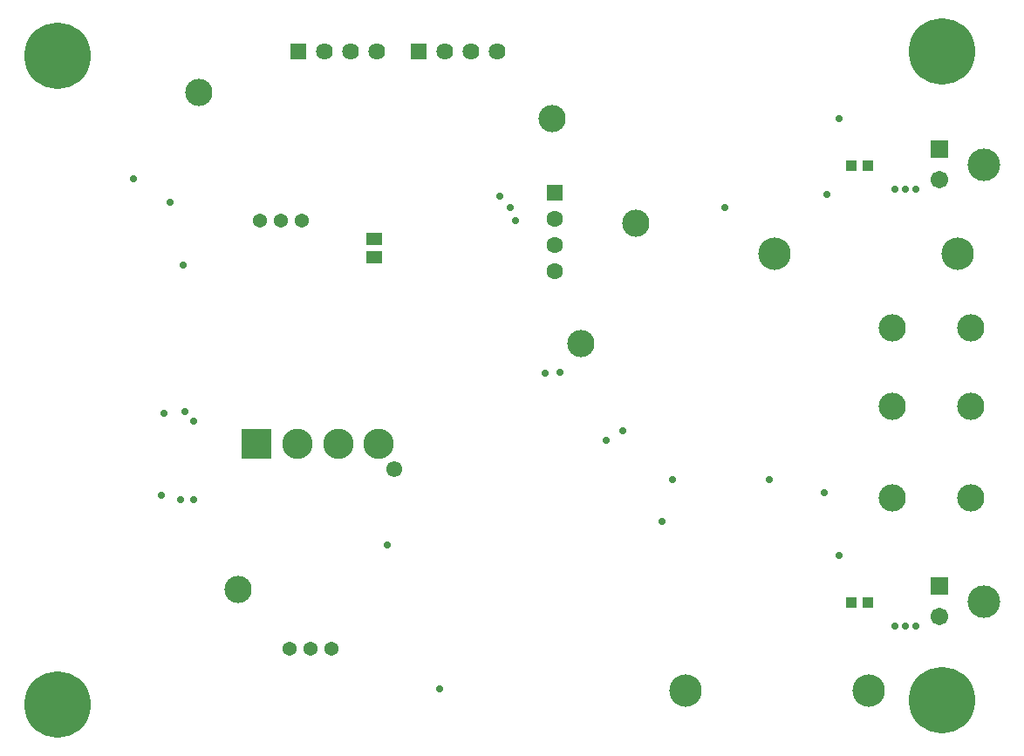
<source format=gbs>
G04*
G04 #@! TF.GenerationSoftware,Altium Limited,Altium Designer,21.1.1 (26)*
G04*
G04 Layer_Color=16711935*
%FSLAX25Y25*%
%MOIN*%
G70*
G04*
G04 #@! TF.SameCoordinates,379C1673-3C72-4E82-969D-E9B706308CD5*
G04*
G04*
G04 #@! TF.FilePolarity,Negative*
G04*
G01*
G75*
%ADD28R,0.06109X0.04928*%
%ADD44R,0.03943X0.04337*%
%ADD47R,0.11600X0.11600*%
%ADD48C,0.11600*%
%ADD49C,0.06112*%
%ADD50R,0.06400X0.06400*%
%ADD51C,0.06400*%
%ADD52R,0.06719X0.06719*%
%ADD53C,0.06719*%
%ADD54C,0.12408*%
%ADD55C,0.12400*%
%ADD56C,0.10400*%
%ADD57C,0.25400*%
%ADD58C,0.06306*%
%ADD59R,0.06306X0.06306*%
%ADD60C,0.02800*%
%ADD61C,0.05400*%
D28*
X137000Y194043D02*
D03*
Y186957D02*
D03*
D44*
X325650Y222000D02*
D03*
X319350D02*
D03*
X325650Y55000D02*
D03*
X319350D02*
D03*
D47*
X92010Y115800D02*
D03*
D48*
X107600D02*
D03*
X123191D02*
D03*
X138781D02*
D03*
D49*
X144687Y105957D02*
D03*
D50*
X108130Y265905D02*
D03*
X154130D02*
D03*
D51*
X118130D02*
D03*
X128130D02*
D03*
X138130D02*
D03*
X164130D02*
D03*
X174130D02*
D03*
X184130D02*
D03*
D52*
X352992Y228405D02*
D03*
Y61405D02*
D03*
D53*
Y216595D02*
D03*
Y49595D02*
D03*
D54*
X370000Y222500D02*
D03*
Y55500D02*
D03*
D55*
X326000Y21500D02*
D03*
X256000D02*
D03*
X290130Y188406D02*
D03*
X360130D02*
D03*
D56*
X237000Y200000D02*
D03*
X216000Y154000D02*
D03*
X205000Y240000D02*
D03*
X85000Y60000D02*
D03*
X70000Y250000D02*
D03*
X335000Y130000D02*
D03*
Y160000D02*
D03*
Y95000D02*
D03*
X365000Y130000D02*
D03*
Y95000D02*
D03*
Y160000D02*
D03*
D57*
X16000Y16000D02*
D03*
Y264000D02*
D03*
X354130Y17906D02*
D03*
Y265905D02*
D03*
D58*
X206130Y181905D02*
D03*
Y191905D02*
D03*
Y201905D02*
D03*
D59*
Y211906D02*
D03*
D60*
X161875Y22199D02*
D03*
X189000Y206000D02*
D03*
X191000Y201000D02*
D03*
X185094Y210367D02*
D03*
X225780Y117220D02*
D03*
X232100Y120900D02*
D03*
X310000Y211000D02*
D03*
X271000Y206000D02*
D03*
X45000Y217000D02*
D03*
X68000Y94500D02*
D03*
X63000D02*
D03*
X247000Y86000D02*
D03*
X202203Y142774D02*
D03*
X314500Y73000D02*
D03*
X309000Y97000D02*
D03*
X288000Y102000D02*
D03*
X251000D02*
D03*
X208000Y143000D02*
D03*
X64500Y128000D02*
D03*
X56500Y127500D02*
D03*
X344000Y46000D02*
D03*
X340000D02*
D03*
X336000D02*
D03*
X142000Y77000D02*
D03*
X59000Y208000D02*
D03*
X55500Y96000D02*
D03*
X68000Y124500D02*
D03*
X64000Y184000D02*
D03*
X314500Y240000D02*
D03*
X336000Y213000D02*
D03*
X340000D02*
D03*
X344000D02*
D03*
D61*
X109260Y201240D02*
D03*
X93260D02*
D03*
X101260D02*
D03*
X112500Y37500D02*
D03*
X120500D02*
D03*
X104500D02*
D03*
M02*

</source>
